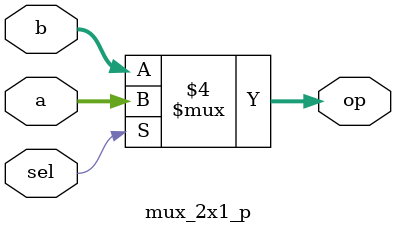
<source format=v>
/*
ESTE EXEMPLO DESCREVE UM MULTIPLEXADOR 
PARAMETRIZÁVEL 
*/

module mux_2x1_p 
#(
 parameter N = 4
 )
(
	input [N-1:0] a, 
	input [N-1:0] b, 
	input sel,
	
	output reg [N-1:0] op
);

always @(a or b or sel) 
begin
  if (sel == 1'b1)
     op = a;
  else
    op = b;
end

endmodule
</source>
